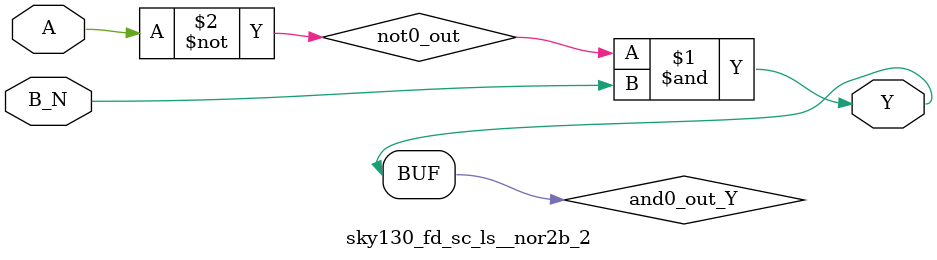
<source format=v>
/*
 * Copyright 2020 The SkyWater PDK Authors
 *
 * Licensed under the Apache License, Version 2.0 (the "License");
 * you may not use this file except in compliance with the License.
 * You may obtain a copy of the License at
 *
 *     https://www.apache.org/licenses/LICENSE-2.0
 *
 * Unless required by applicable law or agreed to in writing, software
 * distributed under the License is distributed on an "AS IS" BASIS,
 * WITHOUT WARRANTIES OR CONDITIONS OF ANY KIND, either express or implied.
 * See the License for the specific language governing permissions and
 * limitations under the License.
 *
 * SPDX-License-Identifier: Apache-2.0
*/


`ifndef SKY130_FD_SC_LS__NOR2B_2_FUNCTIONAL_V
`define SKY130_FD_SC_LS__NOR2B_2_FUNCTIONAL_V

/**
 * nor2b: 2-input NOR, first input inverted.
 *
 *        Y = !(A | B | C | !D)
 *
 * Verilog simulation functional model.
 */

`timescale 1ns / 1ps
`default_nettype none

`celldefine
module sky130_fd_sc_ls__nor2b_2 (
    Y  ,
    A  ,
    B_N
);

    // Module ports
    output Y  ;
    input  A  ;
    input  B_N;

    // Local signals
    wire not0_out  ;
    wire and0_out_Y;

    //  Name  Output      Other arguments
    not not0 (not0_out  , A              );
    and and0 (and0_out_Y, not0_out, B_N  );
    buf buf0 (Y         , and0_out_Y     );

endmodule
`endcelldefine

`default_nettype wire
`endif  // SKY130_FD_SC_LS__NOR2B_2_FUNCTIONAL_V

</source>
